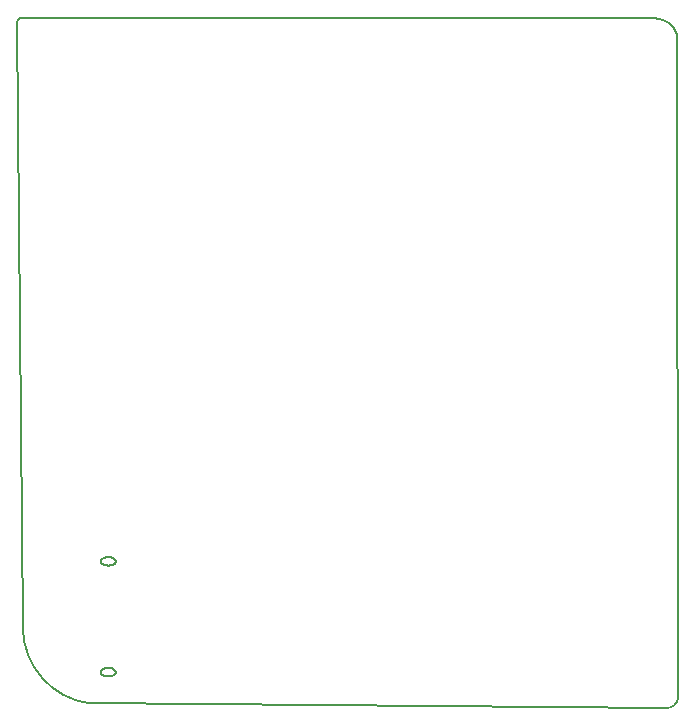
<source format=gbr>
G04 DipTrace 3.2.0.1*
G04 BoardOutline.gbr*
%MOIN*%
G04 #@! TF.FileFunction,Profile*
G04 #@! TF.Part,Single*
%ADD11C,0.005512*%
%FSLAX26Y26*%
G04*
G70*
G90*
G75*
G01*
G04 BoardOutline*
%LPD*%
X394000Y2683125D2*
D11*
G02X409000Y2695125I15500J-4000D01*
G01*
X2524000Y2692125D1*
G02X2593000Y2638125I-4773J-77182D01*
G01*
X2596000Y427125D1*
G02X2557000Y394125I-36000J3000D01*
G01*
X634000Y409125D1*
G02X412000Y661125I35676J255215D01*
G01*
X394000Y2683125D1*
X671500Y513625D2*
X671562Y514601D1*
X671748Y515573D1*
X672057Y516536D1*
X672488Y517484D1*
X673038Y518413D1*
X673705Y519319D1*
X674485Y520197D1*
X675375Y521044D1*
X676370Y521854D1*
X677466Y522624D1*
X678657Y523350D1*
X679937Y524029D1*
X681301Y524657D1*
X682741Y525231D1*
X684250Y525749D1*
X685822Y526208D1*
X687448Y526605D1*
X689120Y526940D1*
X690831Y527209D1*
X692572Y527412D1*
X694335Y527548D1*
X696110Y527616D1*
X697890D1*
X699665Y527548D1*
X701428Y527412D1*
X703169Y527209D1*
X704880Y526940D1*
X706552Y526605D1*
X708178Y526208D1*
X709750Y525749D1*
X711259Y525231D1*
X712699Y524657D1*
X714063Y524029D1*
X715343Y523350D1*
X716534Y522624D1*
X717630Y521854D1*
X718625Y521044D1*
X719515Y520197D1*
X720295Y519319D1*
X720962Y518413D1*
X721512Y517484D1*
X721943Y516536D1*
X722252Y515573D1*
X722438Y514601D1*
X722500Y513625D1*
X722438Y512648D1*
X722252Y511676D1*
X721943Y510714D1*
X721512Y509766D1*
X720962Y508837D1*
X720295Y507930D1*
X719515Y507052D1*
X718625Y506206D1*
X717630Y505396D1*
X716534Y504626D1*
X715343Y503900D1*
X714063Y503221D1*
X712699Y502593D1*
X711259Y502018D1*
X709750Y501500D1*
X708178Y501042D1*
X706552Y500644D1*
X704880Y500310D1*
X703169Y500041D1*
X701428Y499837D1*
X699665Y499701D1*
X697890Y499633D1*
X696110D1*
X694335Y499701D1*
X692572Y499837D1*
X690831Y500041D1*
X689120Y500310D1*
X687448Y500644D1*
X685822Y501042D1*
X684250Y501500D1*
X682741Y502018D1*
X681301Y502593D1*
X679937Y503221D1*
X678657Y503900D1*
X677466Y504626D1*
X676370Y505396D1*
X675375Y506206D1*
X674485Y507052D1*
X673705Y507930D1*
X673038Y508837D1*
X672488Y509766D1*
X672057Y510714D1*
X671748Y511676D1*
X671562Y512648D1*
X671500Y513625D1*
Y882625D2*
X671562Y883601D1*
X671748Y884573D1*
X672057Y885536D1*
X672488Y886484D1*
X673038Y887413D1*
X673705Y888319D1*
X674485Y889197D1*
X675375Y890044D1*
X676370Y890854D1*
X677466Y891624D1*
X678657Y892350D1*
X679937Y893029D1*
X681301Y893657D1*
X682741Y894231D1*
X684250Y894749D1*
X685822Y895208D1*
X687448Y895605D1*
X689120Y895940D1*
X690831Y896209D1*
X692572Y896412D1*
X694335Y896548D1*
X696110Y896616D1*
X697890D1*
X699665Y896548D1*
X701428Y896412D1*
X703169Y896209D1*
X704880Y895940D1*
X706552Y895605D1*
X708178Y895208D1*
X709750Y894749D1*
X711259Y894231D1*
X712699Y893657D1*
X714063Y893029D1*
X715343Y892350D1*
X716534Y891624D1*
X717630Y890854D1*
X718625Y890044D1*
X719515Y889197D1*
X720295Y888319D1*
X720962Y887413D1*
X721512Y886484D1*
X721943Y885536D1*
X722252Y884573D1*
X722438Y883601D1*
X722500Y882625D1*
X722438Y881648D1*
X722252Y880676D1*
X721943Y879714D1*
X721512Y878766D1*
X720962Y877837D1*
X720295Y876930D1*
X719515Y876052D1*
X718625Y875206D1*
X717630Y874396D1*
X716534Y873626D1*
X715343Y872900D1*
X714063Y872221D1*
X712699Y871593D1*
X711259Y871018D1*
X709750Y870500D1*
X708178Y870042D1*
X706552Y869644D1*
X704880Y869310D1*
X703169Y869041D1*
X701428Y868837D1*
X699665Y868701D1*
X697890Y868633D1*
X696110D1*
X694335Y868701D1*
X692572Y868837D1*
X690831Y869041D1*
X689120Y869310D1*
X687448Y869644D1*
X685822Y870042D1*
X684250Y870500D1*
X682741Y871018D1*
X681301Y871593D1*
X679937Y872221D1*
X678657Y872900D1*
X677466Y873626D1*
X676370Y874396D1*
X675375Y875206D1*
X674485Y876052D1*
X673705Y876930D1*
X673038Y877837D1*
X672488Y878766D1*
X672057Y879714D1*
X671748Y880676D1*
X671562Y881648D1*
X671500Y882625D1*
M02*

</source>
